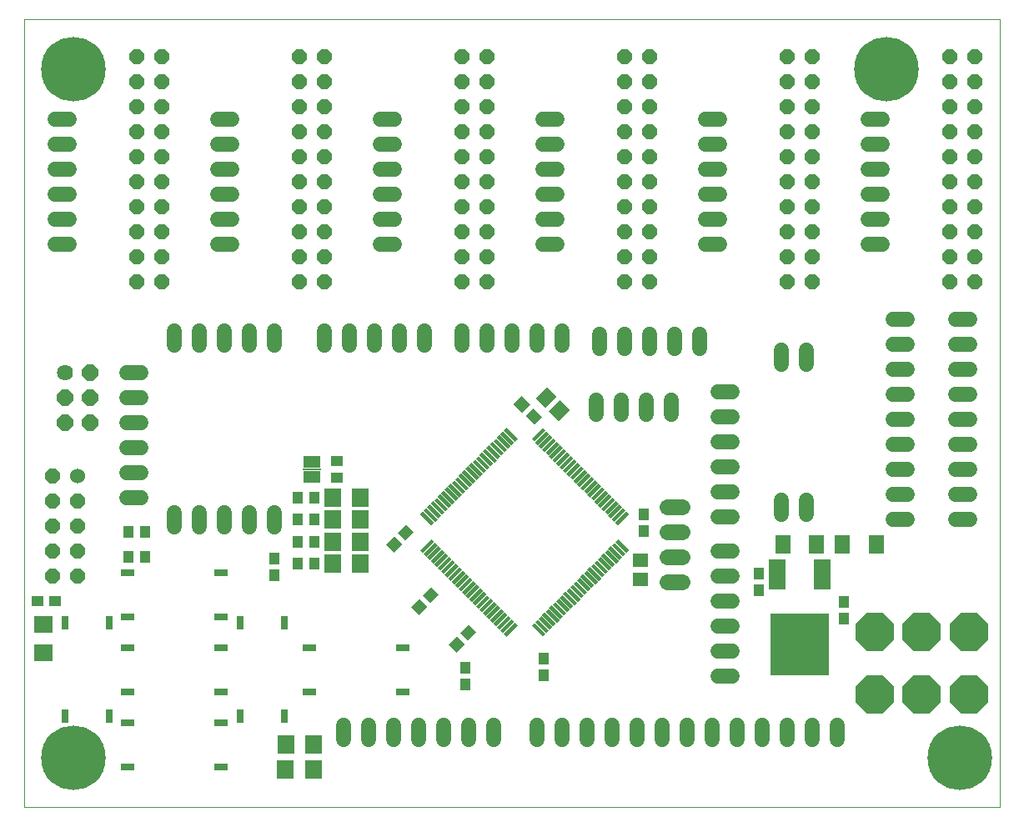
<source format=gts>
G75*
%MOIN*%
%OFA0B0*%
%FSLAX25Y25*%
%IPPOS*%
%LPD*%
%AMOC8*
5,1,8,0,0,1.08239X$1,22.5*
%
%ADD10C,0.00000*%
%ADD11R,0.06306X0.01569*%
%ADD12R,0.01569X0.06306*%
%ADD13R,0.23235X0.24809*%
%ADD14R,0.06699X0.12211*%
%ADD15R,0.05912X0.07487*%
%ADD16R,0.06699X0.07487*%
%ADD17R,0.04337X0.04731*%
%ADD18C,0.06400*%
%ADD19R,0.05400X0.02900*%
%ADD20R,0.04731X0.04337*%
%ADD21R,0.06700X0.05000*%
%ADD22R,0.07200X0.00600*%
%ADD23R,0.06699X0.07498*%
%ADD24OC8,0.06000*%
%ADD25C,0.06000*%
%ADD26R,0.02900X0.05400*%
%ADD27R,0.06306X0.05518*%
%ADD28R,0.05518X0.06306*%
%ADD29OC8,0.15400*%
%ADD30C,0.06400*%
%ADD31OC8,0.06400*%
%ADD32C,0.06000*%
%ADD33R,0.07498X0.06699*%
%ADD34C,0.25800*%
D10*
X0041800Y0041800D02*
X0041800Y0356761D01*
X0431564Y0356761D01*
X0431564Y0041800D01*
X0041800Y0041800D01*
D11*
G36*
X0205609Y0147907D02*
X0201151Y0143449D01*
X0200043Y0144557D01*
X0204501Y0149015D01*
X0205609Y0147907D01*
G37*
G36*
X0207001Y0146515D02*
X0202543Y0142057D01*
X0201435Y0143165D01*
X0205893Y0147623D01*
X0207001Y0146515D01*
G37*
G36*
X0208392Y0145123D02*
X0203934Y0140665D01*
X0202826Y0141773D01*
X0207284Y0146231D01*
X0208392Y0145123D01*
G37*
G36*
X0209784Y0143731D02*
X0205326Y0139273D01*
X0204218Y0140381D01*
X0208676Y0144839D01*
X0209784Y0143731D01*
G37*
G36*
X0211176Y0142339D02*
X0206718Y0137881D01*
X0205610Y0138989D01*
X0210068Y0143447D01*
X0211176Y0142339D01*
G37*
G36*
X0212568Y0140948D02*
X0208110Y0136490D01*
X0207002Y0137598D01*
X0211460Y0142056D01*
X0212568Y0140948D01*
G37*
G36*
X0213960Y0139556D02*
X0209502Y0135098D01*
X0208394Y0136206D01*
X0212852Y0140664D01*
X0213960Y0139556D01*
G37*
G36*
X0215352Y0138164D02*
X0210894Y0133706D01*
X0209786Y0134814D01*
X0214244Y0139272D01*
X0215352Y0138164D01*
G37*
G36*
X0216744Y0136772D02*
X0212286Y0132314D01*
X0211178Y0133422D01*
X0215636Y0137880D01*
X0216744Y0136772D01*
G37*
G36*
X0218136Y0135380D02*
X0213678Y0130922D01*
X0212570Y0132030D01*
X0217028Y0136488D01*
X0218136Y0135380D01*
G37*
G36*
X0219528Y0133988D02*
X0215070Y0129530D01*
X0213962Y0130638D01*
X0218420Y0135096D01*
X0219528Y0133988D01*
G37*
G36*
X0220920Y0132596D02*
X0216462Y0128138D01*
X0215354Y0129246D01*
X0219812Y0133704D01*
X0220920Y0132596D01*
G37*
G36*
X0222312Y0131204D02*
X0217854Y0126746D01*
X0216746Y0127854D01*
X0221204Y0132312D01*
X0222312Y0131204D01*
G37*
G36*
X0223704Y0129812D02*
X0219246Y0125354D01*
X0218138Y0126462D01*
X0222596Y0130920D01*
X0223704Y0129812D01*
G37*
G36*
X0225096Y0128420D02*
X0220638Y0123962D01*
X0219530Y0125070D01*
X0223988Y0129528D01*
X0225096Y0128420D01*
G37*
G36*
X0226488Y0127028D02*
X0222030Y0122570D01*
X0220922Y0123678D01*
X0225380Y0128136D01*
X0226488Y0127028D01*
G37*
G36*
X0227880Y0125636D02*
X0223422Y0121178D01*
X0222314Y0122286D01*
X0226772Y0126744D01*
X0227880Y0125636D01*
G37*
G36*
X0229272Y0124244D02*
X0224814Y0119786D01*
X0223706Y0120894D01*
X0228164Y0125352D01*
X0229272Y0124244D01*
G37*
G36*
X0230664Y0122852D02*
X0226206Y0118394D01*
X0225098Y0119502D01*
X0229556Y0123960D01*
X0230664Y0122852D01*
G37*
G36*
X0232056Y0121460D02*
X0227598Y0117002D01*
X0226490Y0118110D01*
X0230948Y0122568D01*
X0232056Y0121460D01*
G37*
G36*
X0233447Y0120068D02*
X0228989Y0115610D01*
X0227881Y0116718D01*
X0232339Y0121176D01*
X0233447Y0120068D01*
G37*
G36*
X0234839Y0118676D02*
X0230381Y0114218D01*
X0229273Y0115326D01*
X0233731Y0119784D01*
X0234839Y0118676D01*
G37*
G36*
X0236231Y0117284D02*
X0231773Y0112826D01*
X0230665Y0113934D01*
X0235123Y0118392D01*
X0236231Y0117284D01*
G37*
G36*
X0237623Y0115893D02*
X0233165Y0111435D01*
X0232057Y0112543D01*
X0236515Y0117001D01*
X0237623Y0115893D01*
G37*
G36*
X0239015Y0114501D02*
X0234557Y0110043D01*
X0233449Y0111151D01*
X0237907Y0115609D01*
X0239015Y0114501D01*
G37*
G36*
X0283557Y0159043D02*
X0279099Y0154585D01*
X0277991Y0155693D01*
X0282449Y0160151D01*
X0283557Y0159043D01*
G37*
G36*
X0282165Y0160435D02*
X0277707Y0155977D01*
X0276599Y0157085D01*
X0281057Y0161543D01*
X0282165Y0160435D01*
G37*
G36*
X0280774Y0161827D02*
X0276316Y0157369D01*
X0275208Y0158477D01*
X0279666Y0162935D01*
X0280774Y0161827D01*
G37*
G36*
X0279382Y0163219D02*
X0274924Y0158761D01*
X0273816Y0159869D01*
X0278274Y0164327D01*
X0279382Y0163219D01*
G37*
G36*
X0277990Y0164611D02*
X0273532Y0160153D01*
X0272424Y0161261D01*
X0276882Y0165719D01*
X0277990Y0164611D01*
G37*
G36*
X0276598Y0166002D02*
X0272140Y0161544D01*
X0271032Y0162652D01*
X0275490Y0167110D01*
X0276598Y0166002D01*
G37*
G36*
X0275206Y0167394D02*
X0270748Y0162936D01*
X0269640Y0164044D01*
X0274098Y0168502D01*
X0275206Y0167394D01*
G37*
G36*
X0273814Y0168786D02*
X0269356Y0164328D01*
X0268248Y0165436D01*
X0272706Y0169894D01*
X0273814Y0168786D01*
G37*
G36*
X0272422Y0170178D02*
X0267964Y0165720D01*
X0266856Y0166828D01*
X0271314Y0171286D01*
X0272422Y0170178D01*
G37*
G36*
X0271030Y0171570D02*
X0266572Y0167112D01*
X0265464Y0168220D01*
X0269922Y0172678D01*
X0271030Y0171570D01*
G37*
G36*
X0269638Y0172962D02*
X0265180Y0168504D01*
X0264072Y0169612D01*
X0268530Y0174070D01*
X0269638Y0172962D01*
G37*
G36*
X0268246Y0174354D02*
X0263788Y0169896D01*
X0262680Y0171004D01*
X0267138Y0175462D01*
X0268246Y0174354D01*
G37*
G36*
X0266854Y0175746D02*
X0262396Y0171288D01*
X0261288Y0172396D01*
X0265746Y0176854D01*
X0266854Y0175746D01*
G37*
G36*
X0265462Y0177138D02*
X0261004Y0172680D01*
X0259896Y0173788D01*
X0264354Y0178246D01*
X0265462Y0177138D01*
G37*
G36*
X0264070Y0178530D02*
X0259612Y0174072D01*
X0258504Y0175180D01*
X0262962Y0179638D01*
X0264070Y0178530D01*
G37*
G36*
X0262678Y0179922D02*
X0258220Y0175464D01*
X0257112Y0176572D01*
X0261570Y0181030D01*
X0262678Y0179922D01*
G37*
G36*
X0261286Y0181314D02*
X0256828Y0176856D01*
X0255720Y0177964D01*
X0260178Y0182422D01*
X0261286Y0181314D01*
G37*
G36*
X0259894Y0182706D02*
X0255436Y0178248D01*
X0254328Y0179356D01*
X0258786Y0183814D01*
X0259894Y0182706D01*
G37*
G36*
X0258502Y0184098D02*
X0254044Y0179640D01*
X0252936Y0180748D01*
X0257394Y0185206D01*
X0258502Y0184098D01*
G37*
G36*
X0257110Y0185490D02*
X0252652Y0181032D01*
X0251544Y0182140D01*
X0256002Y0186598D01*
X0257110Y0185490D01*
G37*
G36*
X0255719Y0186882D02*
X0251261Y0182424D01*
X0250153Y0183532D01*
X0254611Y0187990D01*
X0255719Y0186882D01*
G37*
G36*
X0254327Y0188274D02*
X0249869Y0183816D01*
X0248761Y0184924D01*
X0253219Y0189382D01*
X0254327Y0188274D01*
G37*
G36*
X0252935Y0189666D02*
X0248477Y0185208D01*
X0247369Y0186316D01*
X0251827Y0190774D01*
X0252935Y0189666D01*
G37*
G36*
X0251543Y0191057D02*
X0247085Y0186599D01*
X0245977Y0187707D01*
X0250435Y0192165D01*
X0251543Y0191057D01*
G37*
G36*
X0250151Y0192449D02*
X0245693Y0187991D01*
X0244585Y0189099D01*
X0249043Y0193557D01*
X0250151Y0192449D01*
G37*
D12*
G36*
X0239015Y0189099D02*
X0237907Y0187991D01*
X0233449Y0192449D01*
X0234557Y0193557D01*
X0239015Y0189099D01*
G37*
G36*
X0237623Y0187707D02*
X0236515Y0186599D01*
X0232057Y0191057D01*
X0233165Y0192165D01*
X0237623Y0187707D01*
G37*
G36*
X0236231Y0186316D02*
X0235123Y0185208D01*
X0230665Y0189666D01*
X0231773Y0190774D01*
X0236231Y0186316D01*
G37*
G36*
X0234839Y0184924D02*
X0233731Y0183816D01*
X0229273Y0188274D01*
X0230381Y0189382D01*
X0234839Y0184924D01*
G37*
G36*
X0233447Y0183532D02*
X0232339Y0182424D01*
X0227881Y0186882D01*
X0228989Y0187990D01*
X0233447Y0183532D01*
G37*
G36*
X0232056Y0182140D02*
X0230948Y0181032D01*
X0226490Y0185490D01*
X0227598Y0186598D01*
X0232056Y0182140D01*
G37*
G36*
X0230664Y0180748D02*
X0229556Y0179640D01*
X0225098Y0184098D01*
X0226206Y0185206D01*
X0230664Y0180748D01*
G37*
G36*
X0229272Y0179356D02*
X0228164Y0178248D01*
X0223706Y0182706D01*
X0224814Y0183814D01*
X0229272Y0179356D01*
G37*
G36*
X0227880Y0177964D02*
X0226772Y0176856D01*
X0222314Y0181314D01*
X0223422Y0182422D01*
X0227880Y0177964D01*
G37*
G36*
X0226488Y0176572D02*
X0225380Y0175464D01*
X0220922Y0179922D01*
X0222030Y0181030D01*
X0226488Y0176572D01*
G37*
G36*
X0225096Y0175180D02*
X0223988Y0174072D01*
X0219530Y0178530D01*
X0220638Y0179638D01*
X0225096Y0175180D01*
G37*
G36*
X0223704Y0173788D02*
X0222596Y0172680D01*
X0218138Y0177138D01*
X0219246Y0178246D01*
X0223704Y0173788D01*
G37*
G36*
X0222312Y0172396D02*
X0221204Y0171288D01*
X0216746Y0175746D01*
X0217854Y0176854D01*
X0222312Y0172396D01*
G37*
G36*
X0220920Y0171004D02*
X0219812Y0169896D01*
X0215354Y0174354D01*
X0216462Y0175462D01*
X0220920Y0171004D01*
G37*
G36*
X0219528Y0169612D02*
X0218420Y0168504D01*
X0213962Y0172962D01*
X0215070Y0174070D01*
X0219528Y0169612D01*
G37*
G36*
X0218136Y0168220D02*
X0217028Y0167112D01*
X0212570Y0171570D01*
X0213678Y0172678D01*
X0218136Y0168220D01*
G37*
G36*
X0216744Y0166828D02*
X0215636Y0165720D01*
X0211178Y0170178D01*
X0212286Y0171286D01*
X0216744Y0166828D01*
G37*
G36*
X0215352Y0165436D02*
X0214244Y0164328D01*
X0209786Y0168786D01*
X0210894Y0169894D01*
X0215352Y0165436D01*
G37*
G36*
X0213960Y0164044D02*
X0212852Y0162936D01*
X0208394Y0167394D01*
X0209502Y0168502D01*
X0213960Y0164044D01*
G37*
G36*
X0212568Y0162652D02*
X0211460Y0161544D01*
X0207002Y0166002D01*
X0208110Y0167110D01*
X0212568Y0162652D01*
G37*
G36*
X0211176Y0161261D02*
X0210068Y0160153D01*
X0205610Y0164611D01*
X0206718Y0165719D01*
X0211176Y0161261D01*
G37*
G36*
X0209784Y0159869D02*
X0208676Y0158761D01*
X0204218Y0163219D01*
X0205326Y0164327D01*
X0209784Y0159869D01*
G37*
G36*
X0208392Y0158477D02*
X0207284Y0157369D01*
X0202826Y0161827D01*
X0203934Y0162935D01*
X0208392Y0158477D01*
G37*
G36*
X0207001Y0157085D02*
X0205893Y0155977D01*
X0201435Y0160435D01*
X0202543Y0161543D01*
X0207001Y0157085D01*
G37*
G36*
X0205609Y0155693D02*
X0204501Y0154585D01*
X0200043Y0159043D01*
X0201151Y0160151D01*
X0205609Y0155693D01*
G37*
G36*
X0252935Y0113934D02*
X0251827Y0112826D01*
X0247369Y0117284D01*
X0248477Y0118392D01*
X0252935Y0113934D01*
G37*
G36*
X0254327Y0115326D02*
X0253219Y0114218D01*
X0248761Y0118676D01*
X0249869Y0119784D01*
X0254327Y0115326D01*
G37*
G36*
X0255719Y0116718D02*
X0254611Y0115610D01*
X0250153Y0120068D01*
X0251261Y0121176D01*
X0255719Y0116718D01*
G37*
G36*
X0257110Y0118110D02*
X0256002Y0117002D01*
X0251544Y0121460D01*
X0252652Y0122568D01*
X0257110Y0118110D01*
G37*
G36*
X0258502Y0119502D02*
X0257394Y0118394D01*
X0252936Y0122852D01*
X0254044Y0123960D01*
X0258502Y0119502D01*
G37*
G36*
X0259894Y0120894D02*
X0258786Y0119786D01*
X0254328Y0124244D01*
X0255436Y0125352D01*
X0259894Y0120894D01*
G37*
G36*
X0261286Y0122286D02*
X0260178Y0121178D01*
X0255720Y0125636D01*
X0256828Y0126744D01*
X0261286Y0122286D01*
G37*
G36*
X0262678Y0123678D02*
X0261570Y0122570D01*
X0257112Y0127028D01*
X0258220Y0128136D01*
X0262678Y0123678D01*
G37*
G36*
X0264070Y0125070D02*
X0262962Y0123962D01*
X0258504Y0128420D01*
X0259612Y0129528D01*
X0264070Y0125070D01*
G37*
G36*
X0265462Y0126462D02*
X0264354Y0125354D01*
X0259896Y0129812D01*
X0261004Y0130920D01*
X0265462Y0126462D01*
G37*
G36*
X0266854Y0127854D02*
X0265746Y0126746D01*
X0261288Y0131204D01*
X0262396Y0132312D01*
X0266854Y0127854D01*
G37*
G36*
X0268246Y0129246D02*
X0267138Y0128138D01*
X0262680Y0132596D01*
X0263788Y0133704D01*
X0268246Y0129246D01*
G37*
G36*
X0269638Y0130638D02*
X0268530Y0129530D01*
X0264072Y0133988D01*
X0265180Y0135096D01*
X0269638Y0130638D01*
G37*
G36*
X0271030Y0132030D02*
X0269922Y0130922D01*
X0265464Y0135380D01*
X0266572Y0136488D01*
X0271030Y0132030D01*
G37*
G36*
X0272422Y0133422D02*
X0271314Y0132314D01*
X0266856Y0136772D01*
X0267964Y0137880D01*
X0272422Y0133422D01*
G37*
G36*
X0273814Y0134814D02*
X0272706Y0133706D01*
X0268248Y0138164D01*
X0269356Y0139272D01*
X0273814Y0134814D01*
G37*
G36*
X0275206Y0136206D02*
X0274098Y0135098D01*
X0269640Y0139556D01*
X0270748Y0140664D01*
X0275206Y0136206D01*
G37*
G36*
X0276598Y0137598D02*
X0275490Y0136490D01*
X0271032Y0140948D01*
X0272140Y0142056D01*
X0276598Y0137598D01*
G37*
G36*
X0277990Y0138989D02*
X0276882Y0137881D01*
X0272424Y0142339D01*
X0273532Y0143447D01*
X0277990Y0138989D01*
G37*
G36*
X0279382Y0140381D02*
X0278274Y0139273D01*
X0273816Y0143731D01*
X0274924Y0144839D01*
X0279382Y0140381D01*
G37*
G36*
X0280774Y0141773D02*
X0279666Y0140665D01*
X0275208Y0145123D01*
X0276316Y0146231D01*
X0280774Y0141773D01*
G37*
G36*
X0282165Y0143165D02*
X0281057Y0142057D01*
X0276599Y0146515D01*
X0277707Y0147623D01*
X0282165Y0143165D01*
G37*
G36*
X0283557Y0144557D02*
X0282449Y0143449D01*
X0277991Y0147907D01*
X0279099Y0149015D01*
X0283557Y0144557D01*
G37*
G36*
X0251543Y0112543D02*
X0250435Y0111435D01*
X0245977Y0115893D01*
X0247085Y0117001D01*
X0251543Y0112543D01*
G37*
G36*
X0250151Y0111151D02*
X0249043Y0110043D01*
X0244585Y0114501D01*
X0245693Y0115609D01*
X0250151Y0111151D01*
G37*
D13*
X0351800Y0106800D03*
D14*
X0342804Y0135068D03*
X0360796Y0135068D03*
D15*
X0358493Y0146800D03*
X0368857Y0146800D03*
X0382243Y0146800D03*
X0345107Y0146800D03*
D16*
X0157312Y0066800D03*
X0146288Y0066800D03*
D17*
X0218050Y0090954D03*
X0218050Y0097646D03*
X0249300Y0094704D03*
X0249300Y0101396D03*
X0289300Y0152204D03*
X0289300Y0158896D03*
X0335550Y0135146D03*
X0335550Y0128454D03*
X0369300Y0123896D03*
X0369300Y0117204D03*
X0157646Y0139300D03*
X0150954Y0139300D03*
X0141800Y0141396D03*
X0141800Y0134704D03*
X0150954Y0148050D03*
X0157646Y0148050D03*
X0157646Y0156800D03*
X0150954Y0156800D03*
X0150954Y0165550D03*
X0157646Y0165550D03*
X0090146Y0151800D03*
X0083454Y0151800D03*
X0083454Y0141800D03*
X0090146Y0141800D03*
D18*
X0298800Y0141800D02*
X0304800Y0141800D01*
X0304800Y0131800D02*
X0298800Y0131800D01*
X0298800Y0151800D02*
X0304800Y0151800D01*
X0304800Y0161800D02*
X0298800Y0161800D01*
D19*
X0193001Y0105658D03*
X0193001Y0087942D03*
X0155599Y0087942D03*
X0155599Y0105658D03*
X0120501Y0105658D03*
X0120501Y0117942D03*
X0120501Y0135658D03*
X0083099Y0135658D03*
X0083099Y0117942D03*
X0083099Y0105658D03*
X0083099Y0087942D03*
X0083099Y0075658D03*
X0083099Y0057942D03*
X0120501Y0057942D03*
X0120501Y0075658D03*
X0120501Y0087942D03*
D20*
X0053896Y0124300D03*
X0047204Y0124300D03*
X0166800Y0173454D03*
X0166800Y0180146D03*
G36*
X0197371Y0151805D02*
X0194027Y0148461D01*
X0190961Y0151527D01*
X0194305Y0154871D01*
X0197371Y0151805D01*
G37*
G36*
X0192639Y0147073D02*
X0189295Y0143729D01*
X0186229Y0146795D01*
X0189573Y0150139D01*
X0192639Y0147073D01*
G37*
G36*
X0207371Y0126805D02*
X0204027Y0123461D01*
X0200961Y0126527D01*
X0204305Y0129871D01*
X0207371Y0126805D01*
G37*
G36*
X0202639Y0122073D02*
X0199295Y0118729D01*
X0196229Y0121795D01*
X0199573Y0125139D01*
X0202639Y0122073D01*
G37*
G36*
X0222371Y0111805D02*
X0219027Y0108461D01*
X0215961Y0111527D01*
X0219305Y0114871D01*
X0222371Y0111805D01*
G37*
G36*
X0217639Y0107073D02*
X0214295Y0103729D01*
X0211229Y0106795D01*
X0214573Y0110139D01*
X0217639Y0107073D01*
G37*
G36*
X0245555Y0194979D02*
X0242211Y0198323D01*
X0245277Y0201389D01*
X0248621Y0198045D01*
X0245555Y0194979D01*
G37*
G36*
X0240823Y0199711D02*
X0237479Y0203055D01*
X0240545Y0206121D01*
X0243889Y0202777D01*
X0240823Y0199711D01*
G37*
D21*
X0156800Y0179800D03*
X0156800Y0173800D03*
D22*
X0156800Y0176800D03*
D23*
X0164952Y0165550D03*
X0164952Y0156800D03*
X0164952Y0148050D03*
X0176148Y0148050D03*
X0176148Y0156800D03*
X0176148Y0165550D03*
X0176148Y0139300D03*
X0164952Y0139300D03*
X0157398Y0056800D03*
X0146202Y0056800D03*
D24*
X0063050Y0134300D03*
X0053050Y0134300D03*
X0053050Y0144300D03*
X0053050Y0154300D03*
X0063050Y0154300D03*
X0063050Y0144300D03*
X0063050Y0164300D03*
X0053050Y0164300D03*
X0053050Y0174300D03*
X0086800Y0251800D03*
X0086800Y0261800D03*
X0096800Y0261800D03*
X0096800Y0251800D03*
X0096800Y0271800D03*
X0096800Y0281800D03*
X0086800Y0281800D03*
X0086800Y0271800D03*
X0086800Y0291800D03*
X0086800Y0301800D03*
X0096800Y0301800D03*
X0096800Y0291800D03*
X0096800Y0311800D03*
X0096800Y0321800D03*
X0086800Y0321800D03*
X0086800Y0311800D03*
X0086800Y0331800D03*
X0086800Y0341800D03*
X0096800Y0341800D03*
X0096800Y0331800D03*
X0151800Y0331800D03*
X0151800Y0341800D03*
X0161800Y0341800D03*
X0161800Y0331800D03*
X0161800Y0321800D03*
X0161800Y0311800D03*
X0151800Y0311800D03*
X0151800Y0321800D03*
X0151800Y0301800D03*
X0151800Y0291800D03*
X0161800Y0291800D03*
X0161800Y0301800D03*
X0161800Y0281800D03*
X0161800Y0271800D03*
X0151800Y0271800D03*
X0151800Y0281800D03*
X0151800Y0261800D03*
X0151800Y0251800D03*
X0161800Y0251800D03*
X0161800Y0261800D03*
X0216800Y0261800D03*
X0216800Y0251800D03*
X0226800Y0251800D03*
X0226800Y0261800D03*
X0226800Y0271800D03*
X0226800Y0281800D03*
X0216800Y0281800D03*
X0216800Y0271800D03*
X0216800Y0291800D03*
X0216800Y0301800D03*
X0226800Y0301800D03*
X0226800Y0291800D03*
X0226800Y0311800D03*
X0226800Y0321800D03*
X0216800Y0321800D03*
X0216800Y0311800D03*
X0216800Y0331800D03*
X0216800Y0341800D03*
X0226800Y0341800D03*
X0226800Y0331800D03*
X0281800Y0331800D03*
X0281800Y0341800D03*
X0291800Y0341800D03*
X0291800Y0331800D03*
X0291800Y0321800D03*
X0291800Y0311800D03*
X0281800Y0311800D03*
X0281800Y0321800D03*
X0281800Y0301800D03*
X0281800Y0291800D03*
X0291800Y0291800D03*
X0291800Y0301800D03*
X0291800Y0281800D03*
X0291800Y0271800D03*
X0281800Y0271800D03*
X0281800Y0281800D03*
X0281800Y0261800D03*
X0281800Y0251800D03*
X0291800Y0251800D03*
X0291800Y0261800D03*
X0346800Y0261800D03*
X0346800Y0251800D03*
X0356800Y0251800D03*
X0356800Y0261800D03*
X0356800Y0271800D03*
X0356800Y0281800D03*
X0346800Y0281800D03*
X0346800Y0271800D03*
X0346800Y0291800D03*
X0346800Y0301800D03*
X0356800Y0301800D03*
X0356800Y0291800D03*
X0356800Y0311800D03*
X0356800Y0321800D03*
X0346800Y0321800D03*
X0346800Y0311800D03*
X0346800Y0331800D03*
X0346800Y0341800D03*
X0356800Y0341800D03*
X0356800Y0331800D03*
X0411800Y0331800D03*
X0411800Y0341800D03*
X0421800Y0341800D03*
X0421800Y0331800D03*
X0421800Y0321800D03*
X0421800Y0311800D03*
X0411800Y0311800D03*
X0411800Y0321800D03*
X0411800Y0301800D03*
X0411800Y0291800D03*
X0421800Y0291800D03*
X0421800Y0301800D03*
X0421800Y0281800D03*
X0421800Y0271800D03*
X0411800Y0271800D03*
X0411800Y0281800D03*
X0411800Y0261800D03*
X0411800Y0251800D03*
X0421800Y0251800D03*
X0421800Y0261800D03*
D25*
X0419600Y0236800D02*
X0414000Y0236800D01*
X0414000Y0226800D02*
X0419600Y0226800D01*
X0419600Y0216800D02*
X0414000Y0216800D01*
X0414000Y0206800D02*
X0419600Y0206800D01*
X0419600Y0196800D02*
X0414000Y0196800D01*
X0414000Y0186800D02*
X0419600Y0186800D01*
X0419600Y0176800D02*
X0414000Y0176800D01*
X0414000Y0166800D02*
X0419600Y0166800D01*
X0419600Y0156800D02*
X0414000Y0156800D01*
X0394600Y0156800D02*
X0389000Y0156800D01*
X0389000Y0166800D02*
X0394600Y0166800D01*
X0394600Y0176800D02*
X0389000Y0176800D01*
X0389000Y0186800D02*
X0394600Y0186800D01*
X0394600Y0196800D02*
X0389000Y0196800D01*
X0389000Y0206800D02*
X0394600Y0206800D01*
X0394600Y0216800D02*
X0389000Y0216800D01*
X0389000Y0226800D02*
X0394600Y0226800D01*
X0394600Y0236800D02*
X0389000Y0236800D01*
X0384600Y0266800D02*
X0379000Y0266800D01*
X0379000Y0276800D02*
X0384600Y0276800D01*
X0384600Y0286800D02*
X0379000Y0286800D01*
X0379000Y0296800D02*
X0384600Y0296800D01*
X0384600Y0306800D02*
X0379000Y0306800D01*
X0379000Y0316800D02*
X0384600Y0316800D01*
X0319600Y0316800D02*
X0314000Y0316800D01*
X0314000Y0306800D02*
X0319600Y0306800D01*
X0319600Y0296800D02*
X0314000Y0296800D01*
X0314000Y0286800D02*
X0319600Y0286800D01*
X0319600Y0276800D02*
X0314000Y0276800D01*
X0314000Y0266800D02*
X0319600Y0266800D01*
X0311800Y0230850D02*
X0311800Y0225250D01*
X0301800Y0225250D02*
X0301800Y0230850D01*
X0291800Y0230850D02*
X0291800Y0225250D01*
X0281800Y0225250D02*
X0281800Y0230850D01*
X0271800Y0230850D02*
X0271800Y0225250D01*
X0256800Y0226500D02*
X0256800Y0232100D01*
X0246800Y0232100D02*
X0246800Y0226500D01*
X0236800Y0226500D02*
X0236800Y0232100D01*
X0226800Y0232100D02*
X0226800Y0226500D01*
X0216800Y0226500D02*
X0216800Y0232100D01*
X0201800Y0232100D02*
X0201800Y0226500D01*
X0191800Y0226500D02*
X0191800Y0232100D01*
X0181800Y0232100D02*
X0181800Y0226500D01*
X0171800Y0226500D02*
X0171800Y0232100D01*
X0161800Y0232100D02*
X0161800Y0226500D01*
X0141800Y0226500D02*
X0141800Y0232100D01*
X0131800Y0232100D02*
X0131800Y0226500D01*
X0121800Y0226500D02*
X0121800Y0232100D01*
X0111800Y0232100D02*
X0111800Y0226500D01*
X0101800Y0226500D02*
X0101800Y0232100D01*
X0088350Y0215550D02*
X0082750Y0215550D01*
X0082750Y0205550D02*
X0088350Y0205550D01*
X0088350Y0195550D02*
X0082750Y0195550D01*
X0082750Y0185550D02*
X0088350Y0185550D01*
X0088350Y0175550D02*
X0082750Y0175550D01*
X0082750Y0165550D02*
X0088350Y0165550D01*
X0101800Y0159600D02*
X0101800Y0154000D01*
X0111800Y0154000D02*
X0111800Y0159600D01*
X0121800Y0159600D02*
X0121800Y0154000D01*
X0131800Y0154000D02*
X0131800Y0159600D01*
X0141800Y0159600D02*
X0141800Y0154000D01*
X0169300Y0074600D02*
X0169300Y0069000D01*
X0179300Y0069000D02*
X0179300Y0074600D01*
X0189300Y0074600D02*
X0189300Y0069000D01*
X0199300Y0069000D02*
X0199300Y0074600D01*
X0209300Y0074600D02*
X0209300Y0069000D01*
X0219300Y0069000D02*
X0219300Y0074600D01*
X0229300Y0074600D02*
X0229300Y0069000D01*
X0246800Y0069000D02*
X0246800Y0074600D01*
X0256800Y0074600D02*
X0256800Y0069000D01*
X0266800Y0069000D02*
X0266800Y0074600D01*
X0276800Y0074600D02*
X0276800Y0069000D01*
X0286800Y0069000D02*
X0286800Y0074600D01*
X0296800Y0074600D02*
X0296800Y0069000D01*
X0306800Y0069000D02*
X0306800Y0074600D01*
X0316800Y0074600D02*
X0316800Y0069000D01*
X0326800Y0069000D02*
X0326800Y0074600D01*
X0336800Y0074600D02*
X0336800Y0069000D01*
X0346800Y0069000D02*
X0346800Y0074600D01*
X0356800Y0074600D02*
X0356800Y0069000D01*
X0366800Y0069000D02*
X0366800Y0074600D01*
X0324600Y0094300D02*
X0319000Y0094300D01*
X0319000Y0104300D02*
X0324600Y0104300D01*
X0324600Y0114300D02*
X0319000Y0114300D01*
X0319000Y0124300D02*
X0324600Y0124300D01*
X0324600Y0134300D02*
X0319000Y0134300D01*
X0319000Y0144300D02*
X0324600Y0144300D01*
X0324600Y0158050D02*
X0319000Y0158050D01*
X0319000Y0168050D02*
X0324600Y0168050D01*
X0324600Y0178050D02*
X0319000Y0178050D01*
X0319000Y0188050D02*
X0324600Y0188050D01*
X0324600Y0198050D02*
X0319000Y0198050D01*
X0319000Y0208050D02*
X0324600Y0208050D01*
X0344300Y0219000D02*
X0344300Y0224600D01*
X0354300Y0224600D02*
X0354300Y0219000D01*
X0300550Y0204600D02*
X0300550Y0199000D01*
X0290550Y0199000D02*
X0290550Y0204600D01*
X0280550Y0204600D02*
X0280550Y0199000D01*
X0270550Y0199000D02*
X0270550Y0204600D01*
X0254600Y0266800D02*
X0249000Y0266800D01*
X0249000Y0276800D02*
X0254600Y0276800D01*
X0254600Y0286800D02*
X0249000Y0286800D01*
X0249000Y0296800D02*
X0254600Y0296800D01*
X0254600Y0306800D02*
X0249000Y0306800D01*
X0249000Y0316800D02*
X0254600Y0316800D01*
X0189600Y0316800D02*
X0184000Y0316800D01*
X0184000Y0306800D02*
X0189600Y0306800D01*
X0189600Y0296800D02*
X0184000Y0296800D01*
X0184000Y0286800D02*
X0189600Y0286800D01*
X0189600Y0276800D02*
X0184000Y0276800D01*
X0184000Y0266800D02*
X0189600Y0266800D01*
X0124600Y0266800D02*
X0119000Y0266800D01*
X0119000Y0276800D02*
X0124600Y0276800D01*
X0124600Y0286800D02*
X0119000Y0286800D01*
X0119000Y0296800D02*
X0124600Y0296800D01*
X0124600Y0306800D02*
X0119000Y0306800D01*
X0119000Y0316800D02*
X0124600Y0316800D01*
X0059600Y0316800D02*
X0054000Y0316800D01*
X0054000Y0306800D02*
X0059600Y0306800D01*
X0059600Y0296800D02*
X0054000Y0296800D01*
X0054000Y0286800D02*
X0059600Y0286800D01*
X0059600Y0276800D02*
X0054000Y0276800D01*
X0054000Y0266800D02*
X0059600Y0266800D01*
X0344300Y0164600D02*
X0344300Y0159000D01*
X0354300Y0159000D02*
X0354300Y0164600D01*
D26*
X0145658Y0115501D03*
X0127942Y0115501D03*
X0127942Y0078099D03*
X0145658Y0078099D03*
X0075658Y0078099D03*
X0057942Y0078099D03*
X0057942Y0115501D03*
X0075658Y0115501D03*
D27*
X0288050Y0133060D03*
X0288050Y0140540D03*
D28*
G36*
X0255417Y0196225D02*
X0251515Y0200127D01*
X0255973Y0204585D01*
X0259875Y0200683D01*
X0255417Y0196225D01*
G37*
G36*
X0250127Y0201515D02*
X0246225Y0205417D01*
X0250683Y0209875D01*
X0254585Y0205973D01*
X0250127Y0201515D01*
G37*
D29*
X0381800Y0111800D03*
X0400550Y0111800D03*
X0419300Y0111800D03*
X0419300Y0086800D03*
X0400550Y0086800D03*
X0381800Y0086800D03*
D30*
X0058050Y0215550D03*
D31*
X0068050Y0215550D03*
X0068050Y0205550D03*
X0068050Y0195550D03*
X0058050Y0195550D03*
X0058050Y0205550D03*
D32*
X0063050Y0174300D03*
D33*
X0049300Y0114898D03*
X0049300Y0103702D03*
D34*
X0061485Y0061485D03*
X0061485Y0337076D03*
X0386288Y0337076D03*
X0415816Y0061485D03*
M02*

</source>
